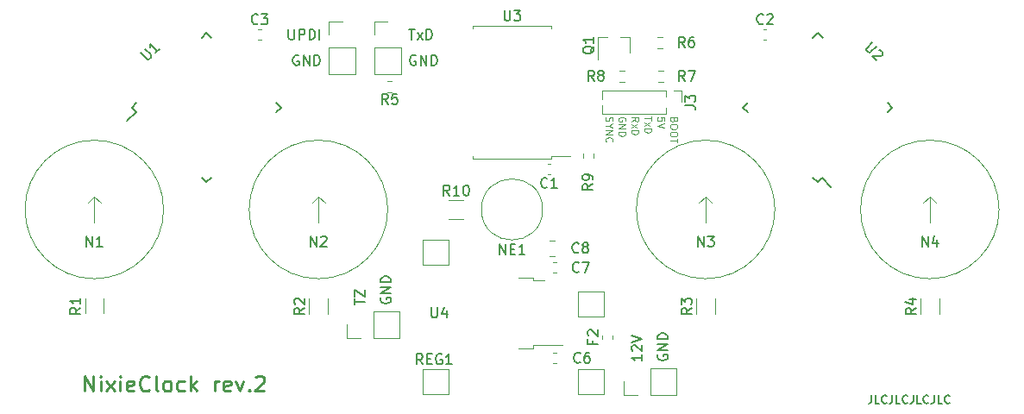
<source format=gbr>
G04 #@! TF.GenerationSoftware,KiCad,Pcbnew,(5.1.8)-1*
G04 #@! TF.CreationDate,2020-11-08T19:12:23+01:00*
G04 #@! TF.ProjectId,MainBoard,4d61696e-426f-4617-9264-2e6b69636164,rev?*
G04 #@! TF.SameCoordinates,Original*
G04 #@! TF.FileFunction,Legend,Top*
G04 #@! TF.FilePolarity,Positive*
%FSLAX46Y46*%
G04 Gerber Fmt 4.6, Leading zero omitted, Abs format (unit mm)*
G04 Created by KiCad (PCBNEW (5.1.8)-1) date 2020-11-08 19:12:23*
%MOMM*%
%LPD*%
G01*
G04 APERTURE LIST*
%ADD10C,0.100000*%
%ADD11C,0.150000*%
%ADD12C,0.250000*%
%ADD13C,0.120000*%
G04 APERTURE END LIST*
D10*
X85902000Y-31199000D02*
X85868666Y-31299000D01*
X85835333Y-31332333D01*
X85768666Y-31365666D01*
X85668666Y-31365666D01*
X85602000Y-31332333D01*
X85568666Y-31299000D01*
X85535333Y-31232333D01*
X85535333Y-30965666D01*
X86235333Y-30965666D01*
X86235333Y-31199000D01*
X86202000Y-31265666D01*
X86168666Y-31299000D01*
X86102000Y-31332333D01*
X86035333Y-31332333D01*
X85968666Y-31299000D01*
X85935333Y-31265666D01*
X85902000Y-31199000D01*
X85902000Y-30965666D01*
X86235333Y-31799000D02*
X86235333Y-31932333D01*
X86202000Y-31999000D01*
X86135333Y-32065666D01*
X86002000Y-32099000D01*
X85768666Y-32099000D01*
X85635333Y-32065666D01*
X85568666Y-31999000D01*
X85535333Y-31932333D01*
X85535333Y-31799000D01*
X85568666Y-31732333D01*
X85635333Y-31665666D01*
X85768666Y-31632333D01*
X86002000Y-31632333D01*
X86135333Y-31665666D01*
X86202000Y-31732333D01*
X86235333Y-31799000D01*
X86235333Y-32532333D02*
X86235333Y-32665666D01*
X86202000Y-32732333D01*
X86135333Y-32799000D01*
X86002000Y-32832333D01*
X85768666Y-32832333D01*
X85635333Y-32799000D01*
X85568666Y-32732333D01*
X85535333Y-32665666D01*
X85535333Y-32532333D01*
X85568666Y-32465666D01*
X85635333Y-32399000D01*
X85768666Y-32365666D01*
X86002000Y-32365666D01*
X86135333Y-32399000D01*
X86202000Y-32465666D01*
X86235333Y-32532333D01*
X86235333Y-33032333D02*
X86235333Y-33432333D01*
X85535333Y-33232333D02*
X86235333Y-33232333D01*
X79218666Y-30932333D02*
X79185333Y-31032333D01*
X79185333Y-31199000D01*
X79218666Y-31265666D01*
X79252000Y-31299000D01*
X79318666Y-31332333D01*
X79385333Y-31332333D01*
X79452000Y-31299000D01*
X79485333Y-31265666D01*
X79518666Y-31199000D01*
X79552000Y-31065666D01*
X79585333Y-30999000D01*
X79618666Y-30965666D01*
X79685333Y-30932333D01*
X79752000Y-30932333D01*
X79818666Y-30965666D01*
X79852000Y-30999000D01*
X79885333Y-31065666D01*
X79885333Y-31232333D01*
X79852000Y-31332333D01*
X79518666Y-31765666D02*
X79185333Y-31765666D01*
X79885333Y-31532333D02*
X79518666Y-31765666D01*
X79885333Y-31999000D01*
X79185333Y-32232333D02*
X79885333Y-32232333D01*
X79185333Y-32632333D01*
X79885333Y-32632333D01*
X79252000Y-33365666D02*
X79218666Y-33332333D01*
X79185333Y-33232333D01*
X79185333Y-33165666D01*
X79218666Y-33065666D01*
X79285333Y-32999000D01*
X79352000Y-32965666D01*
X79485333Y-32932333D01*
X79585333Y-32932333D01*
X79718666Y-32965666D01*
X79785333Y-32999000D01*
X79852000Y-33065666D01*
X79885333Y-33165666D01*
X79885333Y-33232333D01*
X79852000Y-33332333D01*
X79818666Y-33365666D01*
X81122000Y-31332333D02*
X81155333Y-31265666D01*
X81155333Y-31165666D01*
X81122000Y-31065666D01*
X81055333Y-30999000D01*
X80988666Y-30965666D01*
X80855333Y-30932333D01*
X80755333Y-30932333D01*
X80622000Y-30965666D01*
X80555333Y-30999000D01*
X80488666Y-31065666D01*
X80455333Y-31165666D01*
X80455333Y-31232333D01*
X80488666Y-31332333D01*
X80522000Y-31365666D01*
X80755333Y-31365666D01*
X80755333Y-31232333D01*
X80455333Y-31665666D02*
X81155333Y-31665666D01*
X80455333Y-32065666D01*
X81155333Y-32065666D01*
X80455333Y-32399000D02*
X81155333Y-32399000D01*
X81155333Y-32565666D01*
X81122000Y-32665666D01*
X81055333Y-32732333D01*
X80988666Y-32765666D01*
X80855333Y-32799000D01*
X80755333Y-32799000D01*
X80622000Y-32765666D01*
X80555333Y-32732333D01*
X80488666Y-32665666D01*
X80455333Y-32565666D01*
X80455333Y-32399000D01*
X81725333Y-31365666D02*
X82058666Y-31132333D01*
X81725333Y-30965666D02*
X82425333Y-30965666D01*
X82425333Y-31232333D01*
X82392000Y-31299000D01*
X82358666Y-31332333D01*
X82292000Y-31365666D01*
X82192000Y-31365666D01*
X82125333Y-31332333D01*
X82092000Y-31299000D01*
X82058666Y-31232333D01*
X82058666Y-30965666D01*
X81725333Y-31599000D02*
X82192000Y-31965666D01*
X82192000Y-31599000D02*
X81725333Y-31965666D01*
X81725333Y-32232333D02*
X82425333Y-32232333D01*
X82425333Y-32399000D01*
X82392000Y-32499000D01*
X82325333Y-32565666D01*
X82258666Y-32599000D01*
X82125333Y-32632333D01*
X82025333Y-32632333D01*
X81892000Y-32599000D01*
X81825333Y-32565666D01*
X81758666Y-32499000D01*
X81725333Y-32399000D01*
X81725333Y-32232333D01*
X83695333Y-30865666D02*
X83695333Y-31265666D01*
X82995333Y-31065666D02*
X83695333Y-31065666D01*
X82995333Y-31432333D02*
X83462000Y-31799000D01*
X83462000Y-31432333D02*
X82995333Y-31799000D01*
X82995333Y-32065666D02*
X83695333Y-32065666D01*
X83695333Y-32232333D01*
X83662000Y-32332333D01*
X83595333Y-32399000D01*
X83528666Y-32432333D01*
X83395333Y-32465666D01*
X83295333Y-32465666D01*
X83162000Y-32432333D01*
X83095333Y-32399000D01*
X83028666Y-32332333D01*
X82995333Y-32232333D01*
X82995333Y-32065666D01*
X84965333Y-31299000D02*
X84965333Y-30965666D01*
X84632000Y-30932333D01*
X84665333Y-30965666D01*
X84698666Y-31032333D01*
X84698666Y-31199000D01*
X84665333Y-31265666D01*
X84632000Y-31299000D01*
X84565333Y-31332333D01*
X84398666Y-31332333D01*
X84332000Y-31299000D01*
X84298666Y-31265666D01*
X84265333Y-31199000D01*
X84265333Y-31032333D01*
X84298666Y-30965666D01*
X84332000Y-30932333D01*
X84965333Y-31532333D02*
X84265333Y-31765666D01*
X84965333Y-31999000D01*
D11*
X57158000Y-48670595D02*
X57110380Y-48765833D01*
X57110380Y-48908690D01*
X57158000Y-49051547D01*
X57253238Y-49146785D01*
X57348476Y-49194404D01*
X57538952Y-49242023D01*
X57681809Y-49242023D01*
X57872285Y-49194404D01*
X57967523Y-49146785D01*
X58062761Y-49051547D01*
X58110380Y-48908690D01*
X58110380Y-48813452D01*
X58062761Y-48670595D01*
X58015142Y-48622976D01*
X57681809Y-48622976D01*
X57681809Y-48813452D01*
X58110380Y-48194404D02*
X57110380Y-48194404D01*
X58110380Y-47622976D01*
X57110380Y-47622976D01*
X58110380Y-47146785D02*
X57110380Y-47146785D01*
X57110380Y-46908690D01*
X57158000Y-46765833D01*
X57253238Y-46670595D01*
X57348476Y-46622976D01*
X57538952Y-46575357D01*
X57681809Y-46575357D01*
X57872285Y-46622976D01*
X57967523Y-46670595D01*
X58062761Y-46765833D01*
X58110380Y-46908690D01*
X58110380Y-47146785D01*
X54570380Y-49337261D02*
X54570380Y-48765833D01*
X55570380Y-49051547D02*
X54570380Y-49051547D01*
X54570380Y-48527738D02*
X54570380Y-47861071D01*
X55570380Y-48527738D01*
X55570380Y-47861071D01*
X84336000Y-54258595D02*
X84288380Y-54353833D01*
X84288380Y-54496690D01*
X84336000Y-54639547D01*
X84431238Y-54734785D01*
X84526476Y-54782404D01*
X84716952Y-54830023D01*
X84859809Y-54830023D01*
X85050285Y-54782404D01*
X85145523Y-54734785D01*
X85240761Y-54639547D01*
X85288380Y-54496690D01*
X85288380Y-54401452D01*
X85240761Y-54258595D01*
X85193142Y-54210976D01*
X84859809Y-54210976D01*
X84859809Y-54401452D01*
X85288380Y-53782404D02*
X84288380Y-53782404D01*
X85288380Y-53210976D01*
X84288380Y-53210976D01*
X85288380Y-52734785D02*
X84288380Y-52734785D01*
X84288380Y-52496690D01*
X84336000Y-52353833D01*
X84431238Y-52258595D01*
X84526476Y-52210976D01*
X84716952Y-52163357D01*
X84859809Y-52163357D01*
X85050285Y-52210976D01*
X85145523Y-52258595D01*
X85240761Y-52353833D01*
X85288380Y-52496690D01*
X85288380Y-52734785D01*
X82748380Y-54258595D02*
X82748380Y-54830023D01*
X82748380Y-54544309D02*
X81748380Y-54544309D01*
X81891238Y-54639547D01*
X81986476Y-54734785D01*
X82034095Y-54830023D01*
X81843619Y-53877642D02*
X81796000Y-53830023D01*
X81748380Y-53734785D01*
X81748380Y-53496690D01*
X81796000Y-53401452D01*
X81843619Y-53353833D01*
X81938857Y-53306214D01*
X82034095Y-53306214D01*
X82176952Y-53353833D01*
X82748380Y-53925261D01*
X82748380Y-53306214D01*
X81748380Y-53020500D02*
X82748380Y-52687166D01*
X81748380Y-52353833D01*
X48051785Y-22312380D02*
X48051785Y-23121904D01*
X48099404Y-23217142D01*
X48147023Y-23264761D01*
X48242261Y-23312380D01*
X48432738Y-23312380D01*
X48527976Y-23264761D01*
X48575595Y-23217142D01*
X48623214Y-23121904D01*
X48623214Y-22312380D01*
X49099404Y-23312380D02*
X49099404Y-22312380D01*
X49480357Y-22312380D01*
X49575595Y-22360000D01*
X49623214Y-22407619D01*
X49670833Y-22502857D01*
X49670833Y-22645714D01*
X49623214Y-22740952D01*
X49575595Y-22788571D01*
X49480357Y-22836190D01*
X49099404Y-22836190D01*
X50099404Y-23312380D02*
X50099404Y-22312380D01*
X50337500Y-22312380D01*
X50480357Y-22360000D01*
X50575595Y-22455238D01*
X50623214Y-22550476D01*
X50670833Y-22740952D01*
X50670833Y-22883809D01*
X50623214Y-23074285D01*
X50575595Y-23169523D01*
X50480357Y-23264761D01*
X50337500Y-23312380D01*
X50099404Y-23312380D01*
X51099404Y-23312380D02*
X51099404Y-22312380D01*
X49051785Y-24900000D02*
X48956547Y-24852380D01*
X48813690Y-24852380D01*
X48670833Y-24900000D01*
X48575595Y-24995238D01*
X48527976Y-25090476D01*
X48480357Y-25280952D01*
X48480357Y-25423809D01*
X48527976Y-25614285D01*
X48575595Y-25709523D01*
X48670833Y-25804761D01*
X48813690Y-25852380D01*
X48908928Y-25852380D01*
X49051785Y-25804761D01*
X49099404Y-25757142D01*
X49099404Y-25423809D01*
X48908928Y-25423809D01*
X49527976Y-25852380D02*
X49527976Y-24852380D01*
X50099404Y-25852380D01*
X50099404Y-24852380D01*
X50575595Y-25852380D02*
X50575595Y-24852380D01*
X50813690Y-24852380D01*
X50956547Y-24900000D01*
X51051785Y-24995238D01*
X51099404Y-25090476D01*
X51147023Y-25280952D01*
X51147023Y-25423809D01*
X51099404Y-25614285D01*
X51051785Y-25709523D01*
X50956547Y-25804761D01*
X50813690Y-25852380D01*
X50575595Y-25852380D01*
X60549404Y-24900000D02*
X60454166Y-24852380D01*
X60311309Y-24852380D01*
X60168452Y-24900000D01*
X60073214Y-24995238D01*
X60025595Y-25090476D01*
X59977976Y-25280952D01*
X59977976Y-25423809D01*
X60025595Y-25614285D01*
X60073214Y-25709523D01*
X60168452Y-25804761D01*
X60311309Y-25852380D01*
X60406547Y-25852380D01*
X60549404Y-25804761D01*
X60597023Y-25757142D01*
X60597023Y-25423809D01*
X60406547Y-25423809D01*
X61025595Y-25852380D02*
X61025595Y-24852380D01*
X61597023Y-25852380D01*
X61597023Y-24852380D01*
X62073214Y-25852380D02*
X62073214Y-24852380D01*
X62311309Y-24852380D01*
X62454166Y-24900000D01*
X62549404Y-24995238D01*
X62597023Y-25090476D01*
X62644642Y-25280952D01*
X62644642Y-25423809D01*
X62597023Y-25614285D01*
X62549404Y-25709523D01*
X62454166Y-25804761D01*
X62311309Y-25852380D01*
X62073214Y-25852380D01*
X59882738Y-22312380D02*
X60454166Y-22312380D01*
X60168452Y-23312380D02*
X60168452Y-22312380D01*
X60692261Y-23312380D02*
X61216071Y-22645714D01*
X60692261Y-22645714D02*
X61216071Y-23312380D01*
X61597023Y-23312380D02*
X61597023Y-22312380D01*
X61835119Y-22312380D01*
X61977976Y-22360000D01*
X62073214Y-22455238D01*
X62120833Y-22550476D01*
X62168452Y-22740952D01*
X62168452Y-22883809D01*
X62120833Y-23074285D01*
X62073214Y-23169523D01*
X61977976Y-23264761D01*
X61835119Y-23312380D01*
X61597023Y-23312380D01*
D12*
X28044285Y-57828571D02*
X28044285Y-56328571D01*
X28901428Y-57828571D01*
X28901428Y-56328571D01*
X29615714Y-57828571D02*
X29615714Y-56828571D01*
X29615714Y-56328571D02*
X29544285Y-56400000D01*
X29615714Y-56471428D01*
X29687142Y-56400000D01*
X29615714Y-56328571D01*
X29615714Y-56471428D01*
X30187142Y-57828571D02*
X30972857Y-56828571D01*
X30187142Y-56828571D02*
X30972857Y-57828571D01*
X31544285Y-57828571D02*
X31544285Y-56828571D01*
X31544285Y-56328571D02*
X31472857Y-56400000D01*
X31544285Y-56471428D01*
X31615714Y-56400000D01*
X31544285Y-56328571D01*
X31544285Y-56471428D01*
X32830000Y-57757142D02*
X32687142Y-57828571D01*
X32401428Y-57828571D01*
X32258571Y-57757142D01*
X32187142Y-57614285D01*
X32187142Y-57042857D01*
X32258571Y-56900000D01*
X32401428Y-56828571D01*
X32687142Y-56828571D01*
X32830000Y-56900000D01*
X32901428Y-57042857D01*
X32901428Y-57185714D01*
X32187142Y-57328571D01*
X34401428Y-57685714D02*
X34330000Y-57757142D01*
X34115714Y-57828571D01*
X33972857Y-57828571D01*
X33758571Y-57757142D01*
X33615714Y-57614285D01*
X33544285Y-57471428D01*
X33472857Y-57185714D01*
X33472857Y-56971428D01*
X33544285Y-56685714D01*
X33615714Y-56542857D01*
X33758571Y-56400000D01*
X33972857Y-56328571D01*
X34115714Y-56328571D01*
X34330000Y-56400000D01*
X34401428Y-56471428D01*
X35258571Y-57828571D02*
X35115714Y-57757142D01*
X35044285Y-57614285D01*
X35044285Y-56328571D01*
X36044285Y-57828571D02*
X35901428Y-57757142D01*
X35830000Y-57685714D01*
X35758571Y-57542857D01*
X35758571Y-57114285D01*
X35830000Y-56971428D01*
X35901428Y-56900000D01*
X36044285Y-56828571D01*
X36258571Y-56828571D01*
X36401428Y-56900000D01*
X36472857Y-56971428D01*
X36544285Y-57114285D01*
X36544285Y-57542857D01*
X36472857Y-57685714D01*
X36401428Y-57757142D01*
X36258571Y-57828571D01*
X36044285Y-57828571D01*
X37830000Y-57757142D02*
X37687142Y-57828571D01*
X37401428Y-57828571D01*
X37258571Y-57757142D01*
X37187142Y-57685714D01*
X37115714Y-57542857D01*
X37115714Y-57114285D01*
X37187142Y-56971428D01*
X37258571Y-56900000D01*
X37401428Y-56828571D01*
X37687142Y-56828571D01*
X37830000Y-56900000D01*
X38472857Y-57828571D02*
X38472857Y-56328571D01*
X38615714Y-57257142D02*
X39044285Y-57828571D01*
X39044285Y-56828571D02*
X38472857Y-57400000D01*
X40830000Y-57828571D02*
X40830000Y-56828571D01*
X40830000Y-57114285D02*
X40901428Y-56971428D01*
X40972857Y-56900000D01*
X41115714Y-56828571D01*
X41258571Y-56828571D01*
X42330000Y-57757142D02*
X42187142Y-57828571D01*
X41901428Y-57828571D01*
X41758571Y-57757142D01*
X41687142Y-57614285D01*
X41687142Y-57042857D01*
X41758571Y-56900000D01*
X41901428Y-56828571D01*
X42187142Y-56828571D01*
X42330000Y-56900000D01*
X42401428Y-57042857D01*
X42401428Y-57185714D01*
X41687142Y-57328571D01*
X42901428Y-56828571D02*
X43258571Y-57828571D01*
X43615714Y-56828571D01*
X44187142Y-57685714D02*
X44258571Y-57757142D01*
X44187142Y-57828571D01*
X44115714Y-57757142D01*
X44187142Y-57685714D01*
X44187142Y-57828571D01*
X44830000Y-56471428D02*
X44901428Y-56400000D01*
X45044285Y-56328571D01*
X45401428Y-56328571D01*
X45544285Y-56400000D01*
X45615714Y-56471428D01*
X45687142Y-56614285D01*
X45687142Y-56757142D01*
X45615714Y-56971428D01*
X44758571Y-57828571D01*
X45687142Y-57828571D01*
D11*
X105270761Y-58235904D02*
X105270761Y-58807333D01*
X105232666Y-58921619D01*
X105156476Y-58997809D01*
X105042190Y-59035904D01*
X104966000Y-59035904D01*
X106032666Y-59035904D02*
X105651714Y-59035904D01*
X105651714Y-58235904D01*
X106756476Y-58959714D02*
X106718380Y-58997809D01*
X106604095Y-59035904D01*
X106527904Y-59035904D01*
X106413619Y-58997809D01*
X106337428Y-58921619D01*
X106299333Y-58845428D01*
X106261238Y-58693047D01*
X106261238Y-58578761D01*
X106299333Y-58426380D01*
X106337428Y-58350190D01*
X106413619Y-58274000D01*
X106527904Y-58235904D01*
X106604095Y-58235904D01*
X106718380Y-58274000D01*
X106756476Y-58312095D01*
X107327904Y-58235904D02*
X107327904Y-58807333D01*
X107289809Y-58921619D01*
X107213619Y-58997809D01*
X107099333Y-59035904D01*
X107023142Y-59035904D01*
X108089809Y-59035904D02*
X107708857Y-59035904D01*
X107708857Y-58235904D01*
X108813619Y-58959714D02*
X108775523Y-58997809D01*
X108661238Y-59035904D01*
X108585047Y-59035904D01*
X108470761Y-58997809D01*
X108394571Y-58921619D01*
X108356476Y-58845428D01*
X108318380Y-58693047D01*
X108318380Y-58578761D01*
X108356476Y-58426380D01*
X108394571Y-58350190D01*
X108470761Y-58274000D01*
X108585047Y-58235904D01*
X108661238Y-58235904D01*
X108775523Y-58274000D01*
X108813619Y-58312095D01*
X109385047Y-58235904D02*
X109385047Y-58807333D01*
X109346952Y-58921619D01*
X109270761Y-58997809D01*
X109156476Y-59035904D01*
X109080285Y-59035904D01*
X110146952Y-59035904D02*
X109766000Y-59035904D01*
X109766000Y-58235904D01*
X110870761Y-58959714D02*
X110832666Y-58997809D01*
X110718380Y-59035904D01*
X110642190Y-59035904D01*
X110527904Y-58997809D01*
X110451714Y-58921619D01*
X110413619Y-58845428D01*
X110375523Y-58693047D01*
X110375523Y-58578761D01*
X110413619Y-58426380D01*
X110451714Y-58350190D01*
X110527904Y-58274000D01*
X110642190Y-58235904D01*
X110718380Y-58235904D01*
X110832666Y-58274000D01*
X110870761Y-58312095D01*
X111442190Y-58235904D02*
X111442190Y-58807333D01*
X111404095Y-58921619D01*
X111327904Y-58997809D01*
X111213619Y-59035904D01*
X111137428Y-59035904D01*
X112204095Y-59035904D02*
X111823142Y-59035904D01*
X111823142Y-58235904D01*
X112927904Y-58959714D02*
X112889809Y-58997809D01*
X112775523Y-59035904D01*
X112699333Y-59035904D01*
X112585047Y-58997809D01*
X112508857Y-58921619D01*
X112470761Y-58845428D01*
X112432666Y-58693047D01*
X112432666Y-58578761D01*
X112470761Y-58426380D01*
X112508857Y-58350190D01*
X112585047Y-58274000D01*
X112699333Y-58235904D01*
X112775523Y-58235904D01*
X112889809Y-58274000D01*
X112927904Y-58312095D01*
D13*
X84756258Y-23099500D02*
X84281742Y-23099500D01*
X84756258Y-24144500D02*
X84281742Y-24144500D01*
X78865000Y-52389721D02*
X78865000Y-52715279D01*
X79885000Y-52389721D02*
X79885000Y-52715279D01*
X53788000Y-52638000D02*
X53788000Y-51308000D01*
X55118000Y-52638000D02*
X53788000Y-52638000D01*
X56388000Y-52638000D02*
X56388000Y-49978000D01*
X56388000Y-49978000D02*
X58988000Y-49978000D01*
X56388000Y-52638000D02*
X58988000Y-52638000D01*
X58988000Y-52638000D02*
X58988000Y-49978000D01*
X76947500Y-34497742D02*
X76947500Y-34972258D01*
X77992500Y-34497742D02*
X77992500Y-34972258D01*
X57737742Y-28462500D02*
X58212258Y-28462500D01*
X57737742Y-27417500D02*
X58212258Y-27417500D01*
X72110000Y-46985000D02*
X73210000Y-46985000D01*
X72110000Y-46715000D02*
X72110000Y-46985000D01*
X70610000Y-46715000D02*
X72110000Y-46715000D01*
X72110000Y-53345000D02*
X74940000Y-53345000D01*
X72110000Y-53615000D02*
X72110000Y-53345000D01*
X70610000Y-53615000D02*
X72110000Y-53615000D01*
X74321580Y-54100000D02*
X74040420Y-54100000D01*
X74321580Y-55120000D02*
X74040420Y-55120000D01*
X63785436Y-40910000D02*
X65239564Y-40910000D01*
X63785436Y-39090000D02*
X65239564Y-39090000D01*
X84819258Y-26401500D02*
X84344742Y-26401500D01*
X84819258Y-27446500D02*
X84344742Y-27446500D01*
X111910000Y-50227064D02*
X111910000Y-48772936D01*
X110090000Y-50227064D02*
X110090000Y-48772936D01*
X89910000Y-50227064D02*
X89910000Y-48772936D01*
X88090000Y-50227064D02*
X88090000Y-48772936D01*
X51910000Y-50227064D02*
X51910000Y-48772936D01*
X50090000Y-50227064D02*
X50090000Y-48772936D01*
X29910000Y-50214564D02*
X29910000Y-48760436D01*
X28090000Y-50214564D02*
X28090000Y-48760436D01*
X74175252Y-43080000D02*
X73652748Y-43080000D01*
X74175252Y-44550000D02*
X73652748Y-44550000D01*
X74321580Y-45210000D02*
X74040420Y-45210000D01*
X74321580Y-46230000D02*
X74040420Y-46230000D01*
X45084420Y-23310000D02*
X45365580Y-23310000D01*
X45084420Y-22290000D02*
X45365580Y-22290000D01*
X94684420Y-23310000D02*
X94965580Y-23310000D01*
X94684420Y-22290000D02*
X94965580Y-22290000D01*
X73765580Y-35490000D02*
X73484420Y-35490000D01*
X73765580Y-36510000D02*
X73484420Y-36510000D01*
X86612000Y-28354000D02*
X86612000Y-29464000D01*
X85852000Y-28354000D02*
X86612000Y-28354000D01*
X85092000Y-30027471D02*
X85092000Y-30574000D01*
X85092000Y-28354000D02*
X85092000Y-28900529D01*
X85092000Y-30574000D02*
X78807000Y-30574000D01*
X85092000Y-28354000D02*
X78807000Y-28354000D01*
X78807000Y-29771530D02*
X78807000Y-30574000D01*
X78807000Y-28354000D02*
X78807000Y-29156470D01*
X81009258Y-26401500D02*
X80534742Y-26401500D01*
X81009258Y-27446500D02*
X80534742Y-27446500D01*
X81590000Y-23116000D02*
X81590000Y-24576000D01*
X78430000Y-23116000D02*
X78430000Y-25276000D01*
X78430000Y-23116000D02*
X79360000Y-23116000D01*
X81590000Y-23116000D02*
X80660000Y-23116000D01*
X78974000Y-48026000D02*
X76474000Y-48026000D01*
X76474000Y-48026000D02*
X76474000Y-50526000D01*
X78974000Y-50526000D02*
X76474000Y-50526000D01*
X78974000Y-48026000D02*
X78974000Y-50526000D01*
X63734000Y-45446000D02*
X61234000Y-45446000D01*
X63734000Y-42946000D02*
X61234000Y-42946000D01*
X61234000Y-42946000D02*
X61234000Y-45446000D01*
X63734000Y-42946000D02*
X63734000Y-45446000D01*
X63734000Y-58146000D02*
X61234000Y-58146000D01*
X61234000Y-55646000D02*
X61234000Y-58146000D01*
X63734000Y-55646000D02*
X63734000Y-58146000D01*
X63734000Y-55646000D02*
X61234000Y-55646000D01*
X76474000Y-55646000D02*
X76474000Y-58146000D01*
X78974000Y-55646000D02*
X78974000Y-58146000D01*
X78974000Y-55646000D02*
X76474000Y-55646000D01*
X78974000Y-58146000D02*
X76474000Y-58146000D01*
X73860000Y-34775000D02*
X75675000Y-34775000D01*
X73860000Y-35010000D02*
X73860000Y-34775000D01*
X70000000Y-35010000D02*
X73860000Y-35010000D01*
X66140000Y-35010000D02*
X66140000Y-34775000D01*
X70000000Y-35010000D02*
X66140000Y-35010000D01*
X73860000Y-21990000D02*
X73860000Y-22225000D01*
X70000000Y-21990000D02*
X73860000Y-21990000D01*
X66140000Y-21990000D02*
X66140000Y-22225000D01*
X70000000Y-21990000D02*
X66140000Y-21990000D01*
X80966000Y-58226000D02*
X80966000Y-56896000D01*
X82296000Y-58226000D02*
X80966000Y-58226000D01*
X83566000Y-58226000D02*
X83566000Y-55566000D01*
X83566000Y-55566000D02*
X86166000Y-55566000D01*
X83566000Y-58226000D02*
X86166000Y-58226000D01*
X86166000Y-58226000D02*
X86166000Y-55566000D01*
X56455000Y-21530000D02*
X57785000Y-21530000D01*
X56455000Y-22860000D02*
X56455000Y-21530000D01*
X56455000Y-24130000D02*
X59115000Y-24130000D01*
X59115000Y-24130000D02*
X59115000Y-26730000D01*
X56455000Y-24130000D02*
X56455000Y-26730000D01*
X56455000Y-26730000D02*
X59115000Y-26730000D01*
X52010000Y-21530000D02*
X53340000Y-21530000D01*
X52010000Y-22860000D02*
X52010000Y-21530000D01*
X52010000Y-24130000D02*
X54670000Y-24130000D01*
X54670000Y-24130000D02*
X54670000Y-26730000D01*
X52010000Y-24130000D02*
X52010000Y-26730000D01*
X52010000Y-26730000D02*
X54670000Y-26730000D01*
X95800000Y-40000000D02*
G75*
G03*
X95800000Y-40000000I-6800000J0D01*
G01*
X89000000Y-41270000D02*
X89000000Y-38730000D01*
X89000000Y-38730000D02*
X88365000Y-39365000D01*
X89000000Y-38730000D02*
X89635000Y-39365000D01*
X35800000Y-40000000D02*
G75*
G03*
X35800000Y-40000000I-6800000J0D01*
G01*
X29000000Y-41270000D02*
X29000000Y-38730000D01*
X29000000Y-38730000D02*
X28365000Y-39365000D01*
X29000000Y-38730000D02*
X29635000Y-39365000D01*
X117800000Y-40000000D02*
G75*
G03*
X117800000Y-40000000I-6800000J0D01*
G01*
X111000000Y-41270000D02*
X111000000Y-38730000D01*
X111000000Y-38730000D02*
X110365000Y-39365000D01*
X111000000Y-38730000D02*
X111635000Y-39365000D01*
X57800000Y-40000000D02*
G75*
G03*
X57800000Y-40000000I-6800000J0D01*
G01*
X51000000Y-41270000D02*
X51000000Y-38730000D01*
X51000000Y-38730000D02*
X50365000Y-39365000D01*
X51000000Y-38730000D02*
X51635000Y-39365000D01*
D11*
X100406586Y-36911969D02*
X101308148Y-37813530D01*
X92681445Y-30000000D02*
X93158742Y-30477297D01*
X100000000Y-22681445D02*
X100477297Y-23158742D01*
X107318555Y-30000000D02*
X106841258Y-29522703D01*
X100000000Y-37318555D02*
X99522703Y-36841258D01*
X107318555Y-30000000D02*
X106841258Y-30477297D01*
X100000000Y-22681445D02*
X99522703Y-23158742D01*
X92681445Y-30000000D02*
X93158742Y-29522703D01*
X100000000Y-37318555D02*
X100406586Y-36911969D01*
X33088031Y-30406586D02*
X32186470Y-31308148D01*
X40000000Y-22681445D02*
X39522703Y-23158742D01*
X47318555Y-30000000D02*
X46841258Y-30477297D01*
X40000000Y-37318555D02*
X40477297Y-36841258D01*
X32681445Y-30000000D02*
X33158742Y-29522703D01*
X40000000Y-37318555D02*
X39522703Y-36841258D01*
X47318555Y-30000000D02*
X46841258Y-29522703D01*
X40000000Y-22681445D02*
X40477297Y-23158742D01*
X32681445Y-30000000D02*
X33088031Y-30406586D01*
D13*
X73000000Y-40000000D02*
G75*
G03*
X73000000Y-40000000I-3000000J0D01*
G01*
D11*
X86955333Y-24074380D02*
X86622000Y-23598190D01*
X86383904Y-24074380D02*
X86383904Y-23074380D01*
X86764857Y-23074380D01*
X86860095Y-23122000D01*
X86907714Y-23169619D01*
X86955333Y-23264857D01*
X86955333Y-23407714D01*
X86907714Y-23502952D01*
X86860095Y-23550571D01*
X86764857Y-23598190D01*
X86383904Y-23598190D01*
X87812476Y-23074380D02*
X87622000Y-23074380D01*
X87526761Y-23122000D01*
X87479142Y-23169619D01*
X87383904Y-23312476D01*
X87336285Y-23502952D01*
X87336285Y-23883904D01*
X87383904Y-23979142D01*
X87431523Y-24026761D01*
X87526761Y-24074380D01*
X87717238Y-24074380D01*
X87812476Y-24026761D01*
X87860095Y-23979142D01*
X87907714Y-23883904D01*
X87907714Y-23645809D01*
X87860095Y-23550571D01*
X87812476Y-23502952D01*
X87717238Y-23455333D01*
X87526761Y-23455333D01*
X87431523Y-23502952D01*
X87383904Y-23550571D01*
X87336285Y-23645809D01*
X77906571Y-52860333D02*
X77906571Y-53193666D01*
X78430380Y-53193666D02*
X77430380Y-53193666D01*
X77430380Y-52717476D01*
X77525619Y-52384142D02*
X77478000Y-52336523D01*
X77430380Y-52241285D01*
X77430380Y-52003190D01*
X77478000Y-51907952D01*
X77525619Y-51860333D01*
X77620857Y-51812714D01*
X77716095Y-51812714D01*
X77858952Y-51860333D01*
X78430380Y-52431761D01*
X78430380Y-51812714D01*
X77922380Y-37504666D02*
X77446190Y-37838000D01*
X77922380Y-38076095D02*
X76922380Y-38076095D01*
X76922380Y-37695142D01*
X76970000Y-37599904D01*
X77017619Y-37552285D01*
X77112857Y-37504666D01*
X77255714Y-37504666D01*
X77350952Y-37552285D01*
X77398571Y-37599904D01*
X77446190Y-37695142D01*
X77446190Y-38076095D01*
X77922380Y-37028476D02*
X77922380Y-36838000D01*
X77874761Y-36742761D01*
X77827142Y-36695142D01*
X77684285Y-36599904D01*
X77493809Y-36552285D01*
X77112857Y-36552285D01*
X77017619Y-36599904D01*
X76970000Y-36647523D01*
X76922380Y-36742761D01*
X76922380Y-36933238D01*
X76970000Y-37028476D01*
X77017619Y-37076095D01*
X77112857Y-37123714D01*
X77350952Y-37123714D01*
X77446190Y-37076095D01*
X77493809Y-37028476D01*
X77541428Y-36933238D01*
X77541428Y-36742761D01*
X77493809Y-36647523D01*
X77446190Y-36599904D01*
X77350952Y-36552285D01*
X57808333Y-29662380D02*
X57475000Y-29186190D01*
X57236904Y-29662380D02*
X57236904Y-28662380D01*
X57617857Y-28662380D01*
X57713095Y-28710000D01*
X57760714Y-28757619D01*
X57808333Y-28852857D01*
X57808333Y-28995714D01*
X57760714Y-29090952D01*
X57713095Y-29138571D01*
X57617857Y-29186190D01*
X57236904Y-29186190D01*
X58713095Y-28662380D02*
X58236904Y-28662380D01*
X58189285Y-29138571D01*
X58236904Y-29090952D01*
X58332142Y-29043333D01*
X58570238Y-29043333D01*
X58665476Y-29090952D01*
X58713095Y-29138571D01*
X58760714Y-29233809D01*
X58760714Y-29471904D01*
X58713095Y-29567142D01*
X58665476Y-29614761D01*
X58570238Y-29662380D01*
X58332142Y-29662380D01*
X58236904Y-29614761D01*
X58189285Y-29567142D01*
X62103095Y-49617380D02*
X62103095Y-50426904D01*
X62150714Y-50522142D01*
X62198333Y-50569761D01*
X62293571Y-50617380D01*
X62484047Y-50617380D01*
X62579285Y-50569761D01*
X62626904Y-50522142D01*
X62674523Y-50426904D01*
X62674523Y-49617380D01*
X63579285Y-49950714D02*
X63579285Y-50617380D01*
X63341190Y-49569761D02*
X63103095Y-50284047D01*
X63722142Y-50284047D01*
X76694333Y-54967142D02*
X76646714Y-55014761D01*
X76503857Y-55062380D01*
X76408619Y-55062380D01*
X76265761Y-55014761D01*
X76170523Y-54919523D01*
X76122904Y-54824285D01*
X76075285Y-54633809D01*
X76075285Y-54490952D01*
X76122904Y-54300476D01*
X76170523Y-54205238D01*
X76265761Y-54110000D01*
X76408619Y-54062380D01*
X76503857Y-54062380D01*
X76646714Y-54110000D01*
X76694333Y-54157619D01*
X77551476Y-54062380D02*
X77361000Y-54062380D01*
X77265761Y-54110000D01*
X77218142Y-54157619D01*
X77122904Y-54300476D01*
X77075285Y-54490952D01*
X77075285Y-54871904D01*
X77122904Y-54967142D01*
X77170523Y-55014761D01*
X77265761Y-55062380D01*
X77456238Y-55062380D01*
X77551476Y-55014761D01*
X77599095Y-54967142D01*
X77646714Y-54871904D01*
X77646714Y-54633809D01*
X77599095Y-54538571D01*
X77551476Y-54490952D01*
X77456238Y-54443333D01*
X77265761Y-54443333D01*
X77170523Y-54490952D01*
X77122904Y-54538571D01*
X77075285Y-54633809D01*
X63869642Y-38632380D02*
X63536309Y-38156190D01*
X63298214Y-38632380D02*
X63298214Y-37632380D01*
X63679166Y-37632380D01*
X63774404Y-37680000D01*
X63822023Y-37727619D01*
X63869642Y-37822857D01*
X63869642Y-37965714D01*
X63822023Y-38060952D01*
X63774404Y-38108571D01*
X63679166Y-38156190D01*
X63298214Y-38156190D01*
X64822023Y-38632380D02*
X64250595Y-38632380D01*
X64536309Y-38632380D02*
X64536309Y-37632380D01*
X64441071Y-37775238D01*
X64345833Y-37870476D01*
X64250595Y-37918095D01*
X65441071Y-37632380D02*
X65536309Y-37632380D01*
X65631547Y-37680000D01*
X65679166Y-37727619D01*
X65726785Y-37822857D01*
X65774404Y-38013333D01*
X65774404Y-38251428D01*
X65726785Y-38441904D01*
X65679166Y-38537142D01*
X65631547Y-38584761D01*
X65536309Y-38632380D01*
X65441071Y-38632380D01*
X65345833Y-38584761D01*
X65298214Y-38537142D01*
X65250595Y-38441904D01*
X65202976Y-38251428D01*
X65202976Y-38013333D01*
X65250595Y-37822857D01*
X65298214Y-37727619D01*
X65345833Y-37680000D01*
X65441071Y-37632380D01*
X86955333Y-27376380D02*
X86622000Y-26900190D01*
X86383904Y-27376380D02*
X86383904Y-26376380D01*
X86764857Y-26376380D01*
X86860095Y-26424000D01*
X86907714Y-26471619D01*
X86955333Y-26566857D01*
X86955333Y-26709714D01*
X86907714Y-26804952D01*
X86860095Y-26852571D01*
X86764857Y-26900190D01*
X86383904Y-26900190D01*
X87288666Y-26376380D02*
X87955333Y-26376380D01*
X87526761Y-27376380D01*
X109632380Y-49666666D02*
X109156190Y-50000000D01*
X109632380Y-50238095D02*
X108632380Y-50238095D01*
X108632380Y-49857142D01*
X108680000Y-49761904D01*
X108727619Y-49714285D01*
X108822857Y-49666666D01*
X108965714Y-49666666D01*
X109060952Y-49714285D01*
X109108571Y-49761904D01*
X109156190Y-49857142D01*
X109156190Y-50238095D01*
X108965714Y-48809523D02*
X109632380Y-48809523D01*
X108584761Y-49047619D02*
X109299047Y-49285714D01*
X109299047Y-48666666D01*
X87632380Y-49666666D02*
X87156190Y-50000000D01*
X87632380Y-50238095D02*
X86632380Y-50238095D01*
X86632380Y-49857142D01*
X86680000Y-49761904D01*
X86727619Y-49714285D01*
X86822857Y-49666666D01*
X86965714Y-49666666D01*
X87060952Y-49714285D01*
X87108571Y-49761904D01*
X87156190Y-49857142D01*
X87156190Y-50238095D01*
X86632380Y-49333333D02*
X86632380Y-48714285D01*
X87013333Y-49047619D01*
X87013333Y-48904761D01*
X87060952Y-48809523D01*
X87108571Y-48761904D01*
X87203809Y-48714285D01*
X87441904Y-48714285D01*
X87537142Y-48761904D01*
X87584761Y-48809523D01*
X87632380Y-48904761D01*
X87632380Y-49190476D01*
X87584761Y-49285714D01*
X87537142Y-49333333D01*
X49632380Y-49666666D02*
X49156190Y-50000000D01*
X49632380Y-50238095D02*
X48632380Y-50238095D01*
X48632380Y-49857142D01*
X48680000Y-49761904D01*
X48727619Y-49714285D01*
X48822857Y-49666666D01*
X48965714Y-49666666D01*
X49060952Y-49714285D01*
X49108571Y-49761904D01*
X49156190Y-49857142D01*
X49156190Y-50238095D01*
X48727619Y-49285714D02*
X48680000Y-49238095D01*
X48632380Y-49142857D01*
X48632380Y-48904761D01*
X48680000Y-48809523D01*
X48727619Y-48761904D01*
X48822857Y-48714285D01*
X48918095Y-48714285D01*
X49060952Y-48761904D01*
X49632380Y-49333333D01*
X49632380Y-48714285D01*
X27632380Y-49654166D02*
X27156190Y-49987500D01*
X27632380Y-50225595D02*
X26632380Y-50225595D01*
X26632380Y-49844642D01*
X26680000Y-49749404D01*
X26727619Y-49701785D01*
X26822857Y-49654166D01*
X26965714Y-49654166D01*
X27060952Y-49701785D01*
X27108571Y-49749404D01*
X27156190Y-49844642D01*
X27156190Y-50225595D01*
X27632380Y-48701785D02*
X27632380Y-49273214D01*
X27632380Y-48987500D02*
X26632380Y-48987500D01*
X26775238Y-49082738D01*
X26870476Y-49177976D01*
X26918095Y-49273214D01*
X76541333Y-44172142D02*
X76493714Y-44219761D01*
X76350857Y-44267380D01*
X76255619Y-44267380D01*
X76112761Y-44219761D01*
X76017523Y-44124523D01*
X75969904Y-44029285D01*
X75922285Y-43838809D01*
X75922285Y-43695952D01*
X75969904Y-43505476D01*
X76017523Y-43410238D01*
X76112761Y-43315000D01*
X76255619Y-43267380D01*
X76350857Y-43267380D01*
X76493714Y-43315000D01*
X76541333Y-43362619D01*
X77112761Y-43695952D02*
X77017523Y-43648333D01*
X76969904Y-43600714D01*
X76922285Y-43505476D01*
X76922285Y-43457857D01*
X76969904Y-43362619D01*
X77017523Y-43315000D01*
X77112761Y-43267380D01*
X77303238Y-43267380D01*
X77398476Y-43315000D01*
X77446095Y-43362619D01*
X77493714Y-43457857D01*
X77493714Y-43505476D01*
X77446095Y-43600714D01*
X77398476Y-43648333D01*
X77303238Y-43695952D01*
X77112761Y-43695952D01*
X77017523Y-43743571D01*
X76969904Y-43791190D01*
X76922285Y-43886428D01*
X76922285Y-44076904D01*
X76969904Y-44172142D01*
X77017523Y-44219761D01*
X77112761Y-44267380D01*
X77303238Y-44267380D01*
X77398476Y-44219761D01*
X77446095Y-44172142D01*
X77493714Y-44076904D01*
X77493714Y-43886428D01*
X77446095Y-43791190D01*
X77398476Y-43743571D01*
X77303238Y-43695952D01*
X76554333Y-46077142D02*
X76506714Y-46124761D01*
X76363857Y-46172380D01*
X76268619Y-46172380D01*
X76125761Y-46124761D01*
X76030523Y-46029523D01*
X75982904Y-45934285D01*
X75935285Y-45743809D01*
X75935285Y-45600952D01*
X75982904Y-45410476D01*
X76030523Y-45315238D01*
X76125761Y-45220000D01*
X76268619Y-45172380D01*
X76363857Y-45172380D01*
X76506714Y-45220000D01*
X76554333Y-45267619D01*
X76887666Y-45172380D02*
X77554333Y-45172380D01*
X77125761Y-46172380D01*
X45058333Y-21727142D02*
X45010714Y-21774761D01*
X44867857Y-21822380D01*
X44772619Y-21822380D01*
X44629761Y-21774761D01*
X44534523Y-21679523D01*
X44486904Y-21584285D01*
X44439285Y-21393809D01*
X44439285Y-21250952D01*
X44486904Y-21060476D01*
X44534523Y-20965238D01*
X44629761Y-20870000D01*
X44772619Y-20822380D01*
X44867857Y-20822380D01*
X45010714Y-20870000D01*
X45058333Y-20917619D01*
X45391666Y-20822380D02*
X46010714Y-20822380D01*
X45677380Y-21203333D01*
X45820238Y-21203333D01*
X45915476Y-21250952D01*
X45963095Y-21298571D01*
X46010714Y-21393809D01*
X46010714Y-21631904D01*
X45963095Y-21727142D01*
X45915476Y-21774761D01*
X45820238Y-21822380D01*
X45534523Y-21822380D01*
X45439285Y-21774761D01*
X45391666Y-21727142D01*
X94658333Y-21727142D02*
X94610714Y-21774761D01*
X94467857Y-21822380D01*
X94372619Y-21822380D01*
X94229761Y-21774761D01*
X94134523Y-21679523D01*
X94086904Y-21584285D01*
X94039285Y-21393809D01*
X94039285Y-21250952D01*
X94086904Y-21060476D01*
X94134523Y-20965238D01*
X94229761Y-20870000D01*
X94372619Y-20822380D01*
X94467857Y-20822380D01*
X94610714Y-20870000D01*
X94658333Y-20917619D01*
X95039285Y-20917619D02*
X95086904Y-20870000D01*
X95182142Y-20822380D01*
X95420238Y-20822380D01*
X95515476Y-20870000D01*
X95563095Y-20917619D01*
X95610714Y-21012857D01*
X95610714Y-21108095D01*
X95563095Y-21250952D01*
X94991666Y-21822380D01*
X95610714Y-21822380D01*
X73458333Y-37787142D02*
X73410714Y-37834761D01*
X73267857Y-37882380D01*
X73172619Y-37882380D01*
X73029761Y-37834761D01*
X72934523Y-37739523D01*
X72886904Y-37644285D01*
X72839285Y-37453809D01*
X72839285Y-37310952D01*
X72886904Y-37120476D01*
X72934523Y-37025238D01*
X73029761Y-36930000D01*
X73172619Y-36882380D01*
X73267857Y-36882380D01*
X73410714Y-36930000D01*
X73458333Y-36977619D01*
X74410714Y-37882380D02*
X73839285Y-37882380D01*
X74125000Y-37882380D02*
X74125000Y-36882380D01*
X74029761Y-37025238D01*
X73934523Y-37120476D01*
X73839285Y-37168095D01*
X86999380Y-29797333D02*
X87713666Y-29797333D01*
X87856523Y-29844952D01*
X87951761Y-29940190D01*
X87999380Y-30083047D01*
X87999380Y-30178285D01*
X86999380Y-29416380D02*
X86999380Y-28797333D01*
X87380333Y-29130666D01*
X87380333Y-28987809D01*
X87427952Y-28892571D01*
X87475571Y-28844952D01*
X87570809Y-28797333D01*
X87808904Y-28797333D01*
X87904142Y-28844952D01*
X87951761Y-28892571D01*
X87999380Y-28987809D01*
X87999380Y-29273523D01*
X87951761Y-29368761D01*
X87904142Y-29416380D01*
X78065333Y-27376380D02*
X77732000Y-26900190D01*
X77493904Y-27376380D02*
X77493904Y-26376380D01*
X77874857Y-26376380D01*
X77970095Y-26424000D01*
X78017714Y-26471619D01*
X78065333Y-26566857D01*
X78065333Y-26709714D01*
X78017714Y-26804952D01*
X77970095Y-26852571D01*
X77874857Y-26900190D01*
X77493904Y-26900190D01*
X78636761Y-26804952D02*
X78541523Y-26757333D01*
X78493904Y-26709714D01*
X78446285Y-26614476D01*
X78446285Y-26566857D01*
X78493904Y-26471619D01*
X78541523Y-26424000D01*
X78636761Y-26376380D01*
X78827238Y-26376380D01*
X78922476Y-26424000D01*
X78970095Y-26471619D01*
X79017714Y-26566857D01*
X79017714Y-26614476D01*
X78970095Y-26709714D01*
X78922476Y-26757333D01*
X78827238Y-26804952D01*
X78636761Y-26804952D01*
X78541523Y-26852571D01*
X78493904Y-26900190D01*
X78446285Y-26995428D01*
X78446285Y-27185904D01*
X78493904Y-27281142D01*
X78541523Y-27328761D01*
X78636761Y-27376380D01*
X78827238Y-27376380D01*
X78922476Y-27328761D01*
X78970095Y-27281142D01*
X79017714Y-27185904D01*
X79017714Y-26995428D01*
X78970095Y-26900190D01*
X78922476Y-26852571D01*
X78827238Y-26804952D01*
X78057619Y-23971238D02*
X78010000Y-24066476D01*
X77914761Y-24161714D01*
X77771904Y-24304571D01*
X77724285Y-24399809D01*
X77724285Y-24495047D01*
X77962380Y-24447428D02*
X77914761Y-24542666D01*
X77819523Y-24637904D01*
X77629047Y-24685523D01*
X77295714Y-24685523D01*
X77105238Y-24637904D01*
X77010000Y-24542666D01*
X76962380Y-24447428D01*
X76962380Y-24256952D01*
X77010000Y-24161714D01*
X77105238Y-24066476D01*
X77295714Y-24018857D01*
X77629047Y-24018857D01*
X77819523Y-24066476D01*
X77914761Y-24161714D01*
X77962380Y-24256952D01*
X77962380Y-24447428D01*
X77962380Y-23066476D02*
X77962380Y-23637904D01*
X77962380Y-23352190D02*
X76962380Y-23352190D01*
X77105238Y-23447428D01*
X77200476Y-23542666D01*
X77248095Y-23637904D01*
X61237952Y-55189380D02*
X60904619Y-54713190D01*
X60666523Y-55189380D02*
X60666523Y-54189380D01*
X61047476Y-54189380D01*
X61142714Y-54237000D01*
X61190333Y-54284619D01*
X61237952Y-54379857D01*
X61237952Y-54522714D01*
X61190333Y-54617952D01*
X61142714Y-54665571D01*
X61047476Y-54713190D01*
X60666523Y-54713190D01*
X61666523Y-54665571D02*
X61999857Y-54665571D01*
X62142714Y-55189380D02*
X61666523Y-55189380D01*
X61666523Y-54189380D01*
X62142714Y-54189380D01*
X63095095Y-54237000D02*
X62999857Y-54189380D01*
X62857000Y-54189380D01*
X62714142Y-54237000D01*
X62618904Y-54332238D01*
X62571285Y-54427476D01*
X62523666Y-54617952D01*
X62523666Y-54760809D01*
X62571285Y-54951285D01*
X62618904Y-55046523D01*
X62714142Y-55141761D01*
X62857000Y-55189380D01*
X62952238Y-55189380D01*
X63095095Y-55141761D01*
X63142714Y-55094142D01*
X63142714Y-54760809D01*
X62952238Y-54760809D01*
X64095095Y-55189380D02*
X63523666Y-55189380D01*
X63809380Y-55189380D02*
X63809380Y-54189380D01*
X63714142Y-54332238D01*
X63618904Y-54427476D01*
X63523666Y-54475095D01*
X69238095Y-20452380D02*
X69238095Y-21261904D01*
X69285714Y-21357142D01*
X69333333Y-21404761D01*
X69428571Y-21452380D01*
X69619047Y-21452380D01*
X69714285Y-21404761D01*
X69761904Y-21357142D01*
X69809523Y-21261904D01*
X69809523Y-20452380D01*
X70190476Y-20452380D02*
X70809523Y-20452380D01*
X70476190Y-20833333D01*
X70619047Y-20833333D01*
X70714285Y-20880952D01*
X70761904Y-20928571D01*
X70809523Y-21023809D01*
X70809523Y-21261904D01*
X70761904Y-21357142D01*
X70714285Y-21404761D01*
X70619047Y-21452380D01*
X70333333Y-21452380D01*
X70238095Y-21404761D01*
X70190476Y-21357142D01*
X88238095Y-43627380D02*
X88238095Y-42627380D01*
X88809523Y-43627380D01*
X88809523Y-42627380D01*
X89190476Y-42627380D02*
X89809523Y-42627380D01*
X89476190Y-43008333D01*
X89619047Y-43008333D01*
X89714285Y-43055952D01*
X89761904Y-43103571D01*
X89809523Y-43198809D01*
X89809523Y-43436904D01*
X89761904Y-43532142D01*
X89714285Y-43579761D01*
X89619047Y-43627380D01*
X89333333Y-43627380D01*
X89238095Y-43579761D01*
X89190476Y-43532142D01*
X28238095Y-43627380D02*
X28238095Y-42627380D01*
X28809523Y-43627380D01*
X28809523Y-42627380D01*
X29809523Y-43627380D02*
X29238095Y-43627380D01*
X29523809Y-43627380D02*
X29523809Y-42627380D01*
X29428571Y-42770238D01*
X29333333Y-42865476D01*
X29238095Y-42913095D01*
X110238095Y-43627380D02*
X110238095Y-42627380D01*
X110809523Y-43627380D01*
X110809523Y-42627380D01*
X111714285Y-42960714D02*
X111714285Y-43627380D01*
X111476190Y-42579761D02*
X111238095Y-43294047D01*
X111857142Y-43294047D01*
X50238095Y-43627380D02*
X50238095Y-42627380D01*
X50809523Y-43627380D01*
X50809523Y-42627380D01*
X51238095Y-42722619D02*
X51285714Y-42675000D01*
X51380952Y-42627380D01*
X51619047Y-42627380D01*
X51714285Y-42675000D01*
X51761904Y-42722619D01*
X51809523Y-42817857D01*
X51809523Y-42913095D01*
X51761904Y-43055952D01*
X51190476Y-43627380D01*
X51809523Y-43627380D01*
X105385477Y-23585026D02*
X104813057Y-24157446D01*
X104779385Y-24258461D01*
X104779385Y-24325805D01*
X104813057Y-24426820D01*
X104947744Y-24561507D01*
X105048759Y-24595179D01*
X105116103Y-24595179D01*
X105217118Y-24561507D01*
X105789538Y-23989087D01*
X106025240Y-24359477D02*
X106092583Y-24359477D01*
X106193599Y-24393148D01*
X106361957Y-24561507D01*
X106395629Y-24662522D01*
X106395629Y-24729866D01*
X106361957Y-24830881D01*
X106294614Y-24898225D01*
X106159927Y-24965568D01*
X105351805Y-24965568D01*
X105789538Y-25403301D01*
X33558593Y-24636089D02*
X34131013Y-25208509D01*
X34232028Y-25242181D01*
X34299372Y-25242181D01*
X34400387Y-25208509D01*
X34535074Y-25073822D01*
X34568746Y-24972807D01*
X34568746Y-24905463D01*
X34535074Y-24804448D01*
X33962654Y-24232028D01*
X35376868Y-24232028D02*
X34972807Y-24636089D01*
X35174837Y-24434059D02*
X34467731Y-23726952D01*
X34501402Y-23895311D01*
X34501402Y-24029998D01*
X34467731Y-24131013D01*
X68785714Y-44394380D02*
X68785714Y-43394380D01*
X69357142Y-44394380D01*
X69357142Y-43394380D01*
X69833333Y-43870571D02*
X70166666Y-43870571D01*
X70309523Y-44394380D02*
X69833333Y-44394380D01*
X69833333Y-43394380D01*
X70309523Y-43394380D01*
X71261904Y-44394380D02*
X70690476Y-44394380D01*
X70976190Y-44394380D02*
X70976190Y-43394380D01*
X70880952Y-43537238D01*
X70785714Y-43632476D01*
X70690476Y-43680095D01*
M02*

</source>
